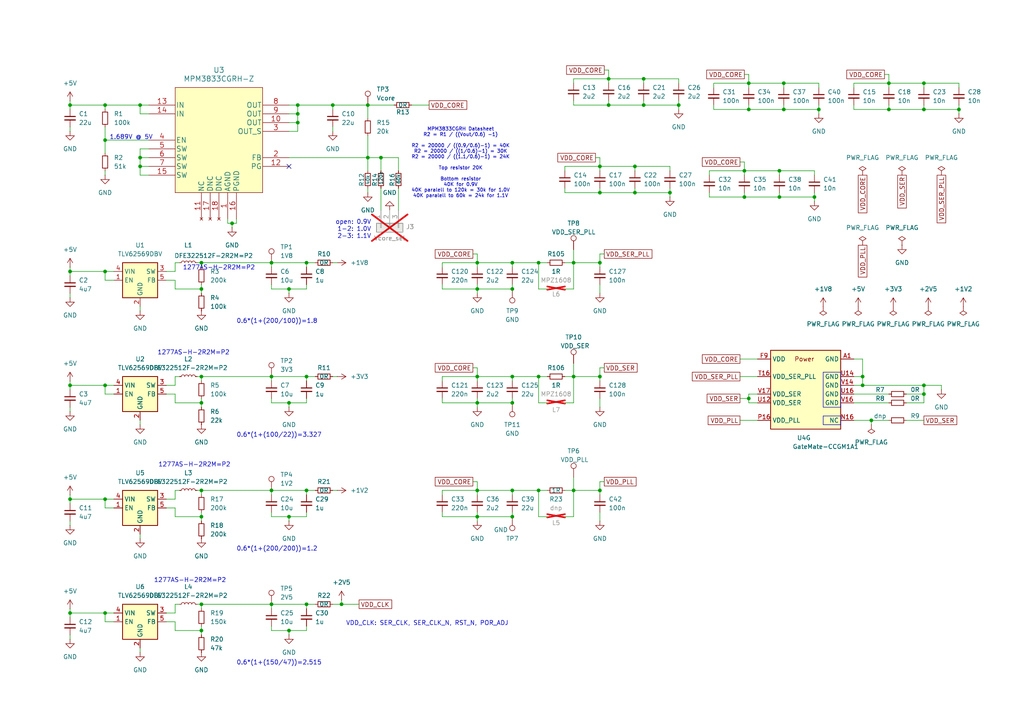
<source format=kicad_sch>
(kicad_sch (version 20250114) (generator "eeschema") (generator_version "9.0")
  (paper "A4")
  (title_block (title "${project_name}") (date "2025-06-24") (rev "${project_version}") (company "${project_creator}") (comment 1 "${project_license}"))
  (rectangle (start 238.76 120.65) (end 243.84 123.19))
  (rectangle (start 238.76 107.95) (end 243.84 118.11))
  (text "1277AS-H-2R2M=P2" (at 63.5 77.724 0) (effects (font (size 1.27 1.27))))
  (text "1277AS-H-2R2M=P2" (at 56.388 134.874 0) (effects (font (size 1.27 1.27))))
  (text "MPM3833CGRH Datasheet\nR2 = R1 / ((Vout/0.6) -1)\n\nR2 = 20000 / ((0.9/0.6)-1) = 40K\nR2 = 20000 / ((1/0.6)-1) = 30K\nR2 = 20000 / ((1.1/0.6)-1) = 24K\n\nTop resistor 20K\n\nBottom resistor\n40K for 0.9V\n40K paralell to 120k = 30k for 1.0V\n40K paralell to 60k = 24k for 1.1V" (at 133.604 47.244 0) (effects (font (size 1 1))))
  (text "0.6*(1+(150/47))=2.515" (at 68.58 193.04 0) (effects (font (size 1.27 1.27)) (justify left bottom)))
  (text "0.6*(1+(200/200))=1.2" (at 68.58 160.02 0) (effects (font (size 1.27 1.27)) (justify left bottom)))
  (text "0.6*(1+(100/22))=3.327" (at 68.58 127 0) (effects (font (size 1.27 1.27)) (justify left bottom)))
  (text "VDD_CLK: SER_CLK, SER_CLK_N, RST_N, POR_ADJ" (at 100.33 181.61 0) (effects (font (size 1.27 1.27)) (justify left bottom)))
  (text "0.6*(1+(200/100))=1.8" (at 68.58 93.98 0) (effects (font (size 1.27 1.27)) (justify left bottom)))
  (text "open: 0.9V\n 1-2: 1.0V\n 2-3: 1.1V" (at 107.696 69.342 0) (effects (font (size 1.27 1.27)) (justify right bottom)))
  (text "1.689V @ 5V" (at 31.75 40.64 0) (effects (font (size 1.27 1.27)) (justify left bottom)))
  (text "1277AS-H-2R2M=P2" (at 55.118 168.402 0) (effects (font (size 1.27 1.27))))
  (text "1277AS-H-2R2M=P2" (at 56.134 102.362 0) (effects (font (size 1.27 1.27))))
  (junction (at 88.9 142.24))
  (junction (at 138.43 116.84))
  (junction (at 148.59 142.24))
  (junction (at 30.48 177.8))
  (junction (at 58.42 109.22))
  (junction (at 88.9 109.22))
  (junction (at 20.32 144.78))
  (junction (at 148.59 76.2))
  (junction (at 138.43 142.24))
  (junction (at 86.36 35.56))
  (junction (at 83.82 182.88))
  (junction (at 20.32 177.8))
  (junction (at 99.06 175.26))
  (junction (at 176.53 30.48))
  (junction (at 58.42 182.88))
  (junction (at 156.21 76.2))
  (junction (at 83.82 83.82))
  (junction (at 20.32 78.74))
  (junction (at 40.64 45.72))
  (junction (at 86.36 30.48))
  (junction (at 267.97 114.3))
  (junction (at 20.32 111.76))
  (junction (at 148.59 109.22))
  (junction (at 215.9 49.53))
  (junction (at 186.69 22.86))
  (junction (at 173.99 142.24))
  (junction (at 20.32 30.48))
  (junction (at 186.69 30.48))
  (junction (at 40.64 48.26))
  (junction (at 278.13 31.75))
  (junction (at 236.22 57.15))
  (junction (at 217.17 24.13))
  (junction (at 78.74 76.2))
  (junction (at 166.37 76.2))
  (junction (at 196.85 30.48))
  (junction (at 267.97 31.75))
  (junction (at 88.9 76.2))
  (junction (at 217.17 115.57))
  (junction (at 83.82 116.84))
  (junction (at 250.19 111.76))
  (junction (at 267.97 111.76))
  (junction (at 58.42 116.84))
  (junction (at 106.68 45.72))
  (junction (at 252.73 121.92))
  (junction (at 184.15 55.88))
  (junction (at 226.06 57.15))
  (junction (at 194.31 55.88))
  (junction (at 78.74 142.24))
  (junction (at 138.43 109.22))
  (junction (at 257.81 24.13))
  (junction (at 96.52 30.48))
  (junction (at 86.36 33.02))
  (junction (at 40.64 30.48))
  (junction (at 138.43 149.86))
  (junction (at 58.42 83.82))
  (junction (at 156.21 142.24))
  (junction (at 166.37 109.22))
  (junction (at 30.48 30.48))
  (junction (at 148.59 149.86))
  (junction (at 78.74 175.26))
  (junction (at 83.82 149.86))
  (junction (at 138.43 83.82))
  (junction (at 110.49 45.72))
  (junction (at 58.42 149.86))
  (junction (at 138.43 76.2))
  (junction (at 184.15 48.26))
  (junction (at 148.59 116.84))
  (junction (at 67.31 64.77))
  (junction (at 58.42 142.24))
  (junction (at 156.21 109.22))
  (junction (at 30.48 111.76))
  (junction (at 58.42 175.26))
  (junction (at 173.99 76.2))
  (junction (at 30.48 144.78))
  (junction (at 267.97 24.13))
  (junction (at 215.9 57.15))
  (junction (at 166.37 142.24))
  (junction (at 226.06 49.53))
  (junction (at 78.74 109.22))
  (junction (at 173.99 55.88))
  (junction (at 237.49 31.75))
  (junction (at 173.99 109.22))
  (junction (at 88.9 175.26))
  (junction (at 227.33 31.75))
  (junction (at 176.53 22.86))
  (junction (at 58.42 76.2))
  (junction (at 106.68 30.48))
  (junction (at 250.19 109.22))
  (junction (at 217.17 31.75))
  (junction (at 173.99 48.26))
  (junction (at 257.81 31.75))
  (junction (at 30.48 40.64))
  (junction (at 30.48 78.74))
  (junction (at 148.59 83.82))
  (junction (at 227.33 24.13))
  (no_connect (at 83.82 48.26))
  (wire (pts (xy 30.48 40.64) (xy 30.48 44.45)))
  (wire (pts (xy 138.43 109.22) (xy 128.27 109.22)))
  (wire (pts (xy 184.15 48.26) (xy 194.31 48.26)))
  (wire (pts (xy 78.74 149.86) (xy 83.82 149.86)))
  (wire (pts (xy 278.13 25.4) (xy 278.13 24.13)))
  (wire (pts (xy 236.22 57.15) (xy 236.22 58.42)))
  (wire (pts (xy 186.69 22.86) (xy 186.69 24.13)))
  (wire (pts (xy 148.59 116.84) (xy 138.43 116.84)))
  (wire (pts (xy 66.04 63.5) (xy 66.04 64.77)))
  (wire (pts (xy 30.48 144.78) (xy 33.02 144.78)))
  (wire (pts (xy 237.49 25.4) (xy 237.49 24.13)))
  (wire (pts (xy 40.64 121.92) (xy 40.64 123.19)))
  (wire (pts (xy 40.64 48.26) (xy 40.64 50.8)))
  (wire (pts (xy 138.43 83.82) (xy 128.27 83.82)))
  (wire (pts (xy 128.27 83.82) (xy 128.27 82.55)))
  (wire (pts (xy 30.48 111.76) (xy 33.02 111.76)))
  (wire (pts (xy 99.06 173.99) (xy 99.06 175.26)))
  (wire (pts (xy 184.15 48.26) (xy 184.15 49.53)))
  (wire (pts (xy 257.81 24.13) (xy 267.97 24.13)))
  (wire (pts (xy 58.42 76.2) (xy 78.74 76.2)))
  (wire (pts (xy 163.83 83.82) (xy 166.37 83.82)))
  (wire (pts (xy 20.32 30.48) (xy 20.32 31.75)))
  (wire (pts (xy 33.02 81.28) (xy 30.48 81.28)))
  (wire (pts (xy 267.97 111.76) (xy 273.05 111.76)))
  (wire (pts (xy 50.8 182.88) (xy 50.8 180.34)))
  (wire (pts (xy 217.17 31.75) (xy 207.01 31.75)))
  (wire (pts (xy 166.37 109.22) (xy 173.99 109.22)))
  (wire (pts (xy 148.59 83.82) (xy 138.43 83.82)))
  (wire (pts (xy 128.27 142.24) (xy 128.27 143.51)))
  (wire (pts (xy 138.43 142.24) (xy 138.43 139.7)))
  (wire (pts (xy 148.59 116.84) (xy 148.59 115.57)))
  (wire (pts (xy 30.48 177.8) (xy 33.02 177.8)))
  (wire (pts (xy 214.63 115.57) (xy 217.17 115.57)))
  (wire (pts (xy 138.43 116.84) (xy 128.27 116.84)))
  (wire (pts (xy 48.26 180.34) (xy 50.8 180.34)))
  (wire (pts (xy 78.74 175.26) (xy 88.9 175.26)))
  (wire (pts (xy 215.9 57.15) (xy 215.9 55.88)))
  (wire (pts (xy 262.89 116.84) (xy 267.97 116.84)))
  (wire (pts (xy 86.36 30.48) (xy 96.52 30.48)))
  (wire (pts (xy 40.64 45.72) (xy 40.64 48.26)))
  (wire (pts (xy 20.32 151.13) (xy 20.32 152.4)))
  (wire (pts (xy 267.97 111.76) (xy 267.97 114.3)))
  (wire (pts (xy 86.36 35.56) (xy 86.36 38.1)))
  (wire (pts (xy 20.32 143.51) (xy 20.32 144.78)))
  (wire (pts (xy 30.48 111.76) (xy 20.32 111.76)))
  (wire (pts (xy 40.64 187.96) (xy 40.64 189.23)))
  (wire (pts (xy 83.82 35.56) (xy 86.36 35.56)))
  (wire (pts (xy 166.37 76.2) (xy 173.99 76.2)))
  (wire (pts (xy 227.33 24.13) (xy 237.49 24.13)))
  (wire (pts (xy 86.36 38.1) (xy 83.82 38.1)))
  (wire (pts (xy 176.53 22.86) (xy 186.69 22.86)))
  (wire (pts (xy 50.8 149.86) (xy 50.8 147.32)))
  (wire (pts (xy 163.83 49.53) (xy 163.83 48.26)))
  (wire (pts (xy 20.32 29.21) (xy 20.32 30.48)))
  (wire (pts (xy 138.43 149.86) (xy 128.27 149.86)))
  (wire (pts (xy 96.52 109.22) (xy 97.79 109.22)))
  (wire (pts (xy 166.37 30.48) (xy 166.37 29.21)))
  (wire (pts (xy 247.65 31.75) (xy 247.65 30.48)))
  (wire (pts (xy 227.33 31.75) (xy 217.17 31.75)))
  (wire (pts (xy 86.36 30.48) (xy 86.36 33.02)))
  (wire (pts (xy 163.83 142.24) (xy 166.37 142.24)))
  (wire (pts (xy 138.43 149.86) (xy 138.43 148.59)))
  (wire (pts (xy 226.06 55.88) (xy 226.06 57.15)))
  (wire (pts (xy 173.99 82.55) (xy 173.99 85.09)))
  (wire (pts (xy 217.17 116.84) (xy 219.71 116.84)))
  (wire (pts (xy 163.83 116.84) (xy 166.37 116.84)))
  (wire (pts (xy 214.63 104.14) (xy 219.71 104.14)))
  (wire (pts (xy 58.42 181.61) (xy 58.42 182.88)))
  (wire (pts (xy 30.48 147.32) (xy 30.48 144.78)))
  (wire (pts (xy 58.42 110.49) (xy 58.42 109.22)))
  (wire (pts (xy 207.01 25.4) (xy 207.01 24.13)))
  (wire (pts (xy 217.17 24.13) (xy 227.33 24.13)))
  (wire (pts (xy 173.99 143.51) (xy 173.99 142.24)))
  (wire (pts (xy 78.74 175.26) (xy 78.74 176.53)))
  (wire (pts (xy 30.48 30.48) (xy 40.64 30.48)))
  (wire (pts (xy 215.9 49.53) (xy 215.9 46.99)))
  (wire (pts (xy 250.19 109.22) (xy 250.19 111.76)))
  (wire (pts (xy 43.18 40.64) (xy 30.48 40.64)))
  (wire (pts (xy 214.63 46.99) (xy 215.9 46.99)))
  (wire (pts (xy 30.48 30.48) (xy 30.48 31.75)))
  (wire (pts (xy 67.31 64.77) (xy 67.31 66.04)))
  (wire (pts (xy 128.27 109.22) (xy 128.27 110.49)))
  (wire (pts (xy 20.32 110.49) (xy 20.32 111.76)))
  (wire (pts (xy 267.97 24.13) (xy 267.97 25.4)))
  (wire (pts (xy 186.69 30.48) (xy 176.53 30.48)))
  (wire (pts (xy 138.43 83.82) (xy 138.43 85.09)))
  (wire (pts (xy 58.42 116.84) (xy 58.42 118.11)))
  (wire (pts (xy 215.9 57.15) (xy 205.74 57.15)))
  (wire (pts (xy 172.72 45.72) (xy 173.99 45.72)))
  (wire (pts (xy 88.9 182.88) (xy 88.9 181.61)))
  (wire (pts (xy 83.82 149.86) (xy 83.82 151.13)))
  (wire (pts (xy 257.81 31.75) (xy 247.65 31.75)))
  (wire (pts (xy 138.43 76.2) (xy 128.27 76.2)))
  (wire (pts (xy 57.15 76.2) (xy 58.42 76.2)))
  (wire (pts (xy 247.65 25.4) (xy 247.65 24.13)))
  (wire (pts (xy 106.68 30.48) (xy 106.68 34.29)))
  (wire (pts (xy 78.74 76.2) (xy 88.9 76.2)))
  (wire (pts (xy 205.74 50.8) (xy 205.74 49.53)))
  (wire (pts (xy 30.48 114.3) (xy 30.48 111.76)))
  (wire (pts (xy 219.71 114.3) (xy 217.17 114.3)))
  (wire (pts (xy 247.65 109.22) (xy 250.19 109.22)))
  (wire (pts (xy 58.42 148.59) (xy 58.42 149.86)))
  (wire (pts (xy 156.21 76.2) (xy 156.21 83.82)))
  (wire (pts (xy 262.89 121.92) (xy 267.97 121.92)))
  (wire (pts (xy 128.27 76.2) (xy 128.27 77.47)))
  (wire (pts (xy 173.99 73.66) (xy 173.99 76.2)))
  (wire (pts (xy 106.68 45.72) (xy 106.68 49.53)))
  (wire (pts (xy 110.49 45.72) (xy 110.49 49.53)))
  (wire (pts (xy 58.42 149.86) (xy 50.8 149.86)))
  (wire (pts (xy 148.59 142.24) (xy 156.21 142.24)))
  (wire (pts (xy 148.59 83.82) (xy 148.59 82.55)))
  (wire (pts (xy 184.15 55.88) (xy 194.31 55.88)))
  (wire (pts (xy 128.27 116.84) (xy 128.27 115.57)))
  (wire (pts (xy 196.85 29.21) (xy 196.85 30.48)))
  (wire (pts (xy 173.99 73.66) (xy 175.26 73.66)))
  (wire (pts (xy 58.42 116.84) (xy 50.8 116.84)))
  (wire (pts (xy 83.82 116.84) (xy 83.82 118.11)))
  (wire (pts (xy 88.9 76.2) (xy 91.44 76.2)))
  (wire (pts (xy 173.99 148.59) (xy 173.99 151.13)))
  (wire (pts (xy 83.82 30.48) (xy 86.36 30.48)))
  (wire (pts (xy 166.37 116.84) (xy 166.37 109.22)))
  (wire (pts (xy 247.65 114.3) (xy 257.81 114.3)))
  (wire (pts (xy 58.42 83.82) (xy 58.42 85.09)))
  (wire (pts (xy 30.48 81.28) (xy 30.48 78.74)))
  (wire (pts (xy 166.37 83.82) (xy 166.37 76.2)))
  (wire (pts (xy 184.15 54.61) (xy 184.15 55.88)))
  (wire (pts (xy 78.74 115.57) (xy 78.74 116.84)))
  (wire (pts (xy 236.22 50.8) (xy 236.22 49.53)))
  (wire (pts (xy 207.01 24.13) (xy 217.17 24.13)))
  (wire (pts (xy 217.17 24.13) (xy 217.17 25.4)))
  (wire (pts (xy 226.06 57.15) (xy 236.22 57.15)))
  (wire (pts (xy 217.17 24.13) (xy 217.17 21.59)))
  (wire (pts (xy 148.59 76.2) (xy 148.59 77.47)))
  (wire (pts (xy 173.99 55.88) (xy 163.83 55.88)))
  (wire (pts (xy 50.8 76.2) (xy 50.8 78.74)))
  (wire (pts (xy 88.9 83.82) (xy 88.9 82.55)))
  (wire (pts (xy 57.15 175.26) (xy 58.42 175.26)))
  (wire (pts (xy 173.99 77.47) (xy 173.99 76.2)))
  (wire (pts (xy 215.9 49.53) (xy 215.9 50.8)))
  (wire (pts (xy 278.13 31.75) (xy 278.13 30.48)))
  (wire (pts (xy 148.59 109.22) (xy 156.21 109.22)))
  (wire (pts (xy 67.31 64.77) (xy 68.58 64.77)))
  (wire (pts (xy 48.26 144.78) (xy 50.8 144.78)))
  (wire (pts (xy 50.8 116.84) (xy 50.8 114.3)))
  (wire (pts (xy 175.26 20.32) (xy 176.53 20.32)))
  (wire (pts (xy 96.52 175.26) (xy 99.06 175.26)))
  (wire (pts (xy 83.82 116.84) (xy 88.9 116.84)))
  (wire (pts (xy 247.65 24.13) (xy 257.81 24.13)))
  (wire (pts (xy 226.06 49.53) (xy 236.22 49.53)))
  (wire (pts (xy 78.74 148.59) (xy 78.74 149.86)))
  (wire (pts (xy 58.42 77.47) (xy 58.42 76.2)))
  (wire (pts (xy 40.64 33.02) (xy 40.64 30.48)))
  (wire (pts (xy 217.17 31.75) (xy 217.17 30.48)))
  (wire (pts (xy 50.8 175.26) (xy 52.07 175.26)))
  (wire (pts (xy 173.99 48.26) (xy 173.99 45.72)))
  (wire (pts (xy 173.99 48.26) (xy 184.15 48.26)))
  (wire (pts (xy 267.97 31.75) (xy 278.13 31.75)))
  (wire (pts (xy 250.19 111.76) (xy 267.97 111.76)))
  (wire (pts (xy 163.83 55.88) (xy 163.83 54.61)))
  (wire (pts (xy 247.65 111.76) (xy 250.19 111.76)))
  (wire (pts (xy 50.8 109.22) (xy 50.8 111.76)))
  (wire (pts (xy 48.26 114.3) (xy 50.8 114.3)))
  (wire (pts (xy 48.26 147.32) (xy 50.8 147.32)))
  (wire (pts (xy 78.74 109.22) (xy 78.74 110.49)))
  (wire (pts (xy 173.99 139.7) (xy 175.26 139.7)))
  (wire (pts (xy 57.15 142.24) (xy 58.42 142.24)))
  (wire (pts (xy 267.97 24.13) (xy 278.13 24.13)))
  (wire (pts (xy 176.53 22.86) (xy 176.53 20.32)))
  (wire (pts (xy 166.37 142.24) (xy 173.99 142.24)))
  (wire (pts (xy 33.02 180.34) (xy 30.48 180.34)))
  (wire (pts (xy 30.48 144.78) (xy 20.32 144.78)))
  (wire (pts (xy 20.32 78.74) (xy 20.32 80.01)))
  (wire (pts (xy 217.17 114.3) (xy 217.17 115.57)))
  (wire (pts (xy 43.18 43.18) (xy 40.64 43.18)))
  (wire (pts (xy 110.49 45.72) (xy 115.57 45.72)))
  (wire (pts (xy 196.85 30.48) (xy 196.85 31.75)))
  (wire (pts (xy 138.43 109.22) (xy 138.43 106.68)))
  (wire (pts (xy 257.81 24.13) (xy 257.81 25.4)))
  (wire (pts (xy 214.63 121.92) (xy 219.71 121.92)))
  (wire (pts (xy 96.52 30.48) (xy 106.68 30.48)))
  (wire (pts (xy 148.59 142.24) (xy 138.43 142.24)))
  (wire (pts (xy 173.99 48.26) (xy 173.99 49.53)))
  (wire (pts (xy 262.89 114.3) (xy 267.97 114.3)))
  (wire (pts (xy 166.37 76.2) (xy 163.83 76.2)))
  (wire (pts (xy 30.48 49.53) (xy 30.48 50.8)))
  (wire (pts (xy 173.99 106.68) (xy 173.99 109.22)))
  (wire (pts (xy 57.15 109.22) (xy 58.42 109.22)))
  (wire (pts (xy 128.27 149.86) (xy 128.27 148.59)))
  (wire (pts (xy 194.31 55.88) (xy 194.31 57.15)))
  (wire (pts (xy 173.99 106.68) (xy 175.26 106.68)))
  (wire (pts (xy 50.8 142.24) (xy 50.8 144.78)))
  (wire (pts (xy 78.74 109.22) (xy 88.9 109.22)))
  (wire (pts (xy 247.65 104.14) (xy 250.19 104.14)))
  (wire (pts (xy 20.32 177.8) (xy 20.32 179.07)))
  (wire (pts (xy 78.74 83.82) (xy 83.82 83.82)))
  (wire (pts (xy 205.74 57.15) (xy 205.74 55.88)))
  (wire (pts (xy 48.26 177.8) (xy 50.8 177.8)))
  (wire (pts (xy 267.97 30.48) (xy 267.97 31.75)))
  (wire (pts (xy 40.64 50.8) (xy 43.18 50.8)))
  (wire (pts (xy 166.37 22.86) (xy 176.53 22.86)))
  (wire (pts (xy 267.97 31.75) (xy 257.81 31.75)))
  (wire (pts (xy 138.43 109.22) (xy 138.43 110.49)))
  (wire (pts (xy 237.49 31.75) (xy 237.49 33.02)))
  (wire (pts (xy 48.26 111.76) (xy 50.8 111.76)))
  (wire (pts (xy 256.54 21.59) (xy 257.81 21.59)))
  (wire (pts (xy 214.63 109.22) (xy 219.71 109.22)))
  (wire (pts (xy 138.43 76.2) (xy 138.43 73.66)))
  (wire (pts (xy 83.82 182.88) (xy 88.9 182.88)))
  (wire (pts (xy 137.16 106.68) (xy 138.43 106.68)))
  (wire (pts (xy 58.42 83.82) (xy 50.8 83.82)))
  (wire (pts (xy 148.59 76.2) (xy 138.43 76.2)))
  (wire (pts (xy 20.32 85.09) (xy 20.32 86.36)))
  (wire (pts (xy 96.52 76.2) (xy 97.79 76.2)))
  (wire (pts (xy 226.06 49.53) (xy 226.06 50.8)))
  (wire (pts (xy 58.42 143.51) (xy 58.42 142.24)))
  (wire (pts (xy 58.42 115.57) (xy 58.42 116.84)))
  (wire (pts (xy 247.65 121.92) (xy 252.73 121.92)))
  (wire (pts (xy 215.9 49.53) (xy 226.06 49.53)))
  (wire (pts (xy 78.74 76.2) (xy 78.74 77.47)))
  (wire (pts (xy 88.9 109.22) (xy 91.44 109.22)))
  (wire (pts (xy 137.16 139.7) (xy 138.43 139.7)))
  (wire (pts (xy 58.42 82.55) (xy 58.42 83.82)))
  (wire (pts (xy 83.82 33.02) (xy 86.36 33.02)))
  (wire (pts (xy 106.68 30.48) (xy 114.3 30.48)))
  (wire (pts (xy 20.32 36.83) (xy 20.32 38.1)))
  (wire (pts (xy 58.42 182.88) (xy 50.8 182.88)))
  (wire (pts (xy 58.42 175.26) (xy 78.74 175.26)))
  (wire (pts (xy 30.48 180.34) (xy 30.48 177.8)))
  (wire (pts (xy 156.21 116.84) (xy 158.75 116.84)))
  (wire (pts (xy 30.48 177.8) (xy 20.32 177.8)))
  (wire (pts (xy 194.31 55.88) (xy 194.31 54.61)))
  (wire (pts (xy 20.32 176.53) (xy 20.32 177.8)))
  (wire (pts (xy 50.8 142.24) (xy 52.07 142.24)))
  (wire (pts (xy 68.58 63.5) (xy 68.58 64.77)))
  (wire (pts (xy 83.82 45.72) (xy 106.68 45.72)))
  (wire (pts (xy 148.59 109.22) (xy 138.43 109.22)))
  (wire (pts (xy 115.57 54.61) (xy 115.57 60.96)))
  (wire (pts (xy 96.52 36.83) (xy 96.52 38.1)))
  (wire (pts (xy 227.33 24.13) (xy 227.33 25.4)))
  (wire (pts (xy 78.74 142.24) (xy 78.74 143.51)))
  (wire (pts (xy 257.81 24.13) (xy 257.81 21.59)))
  (wire (pts (xy 186.69 29.21) (xy 186.69 30.48)))
  (wire (pts (xy 88.9 149.86) (xy 88.9 148.59)))
  (wire (pts (xy 184.15 55.88) (xy 173.99 55.88)))
  (wire (pts (xy 58.42 142.24) (xy 78.74 142.24)))
  (wire (pts (xy 86.36 33.02) (xy 86.36 35.56)))
  (wire (pts (xy 20.32 111.76) (xy 20.32 113.03)))
  (wire (pts (xy 48.26 78.74) (xy 50.8 78.74)))
  (wire (pts (xy 88.9 109.22) (xy 88.9 110.49)))
  (wire (pts (xy 78.74 116.84) (xy 83.82 116.84)))
  (wire (pts (xy 273.05 111.76) (xy 273.05 113.03)))
  (wire (pts (xy 173.99 110.49) (xy 173.99 109.22)))
  (wire (pts (xy 96.52 30.48) (xy 96.52 31.75)))
  (wire (pts (xy 138.43 142.24) (xy 138.43 143.51)))
  (wire (pts (xy 163.83 149.86) (xy 166.37 149.86)))
  (wire (pts (xy 166.37 72.39) (xy 166.37 76.2)))
  (wire (pts (xy 186.69 22.86) (xy 196.85 22.86)))
  (wire (pts (xy 138.43 76.2) (xy 138.43 77.47)))
  (wire (pts (xy 148.59 149.86) (xy 148.59 148.59)))
  (wire (pts (xy 88.9 76.2) (xy 88.9 77.47)))
  (wire (pts (xy 96.52 142.24) (xy 97.79 142.24)))
  (wire (pts (xy 156.21 142.24) (xy 156.21 149.86)))
  (wire (pts (xy 20.32 30.48) (xy 30.48 30.48)))
  (wire (pts (xy 83.82 182.88) (xy 83.82 184.15)))
  (wire (pts (xy 20.32 77.47) (xy 20.32 78.74)))
  (wire (pts (xy 40.64 48.26) (xy 43.18 48.26)))
  (wire (pts (xy 176.53 22.86) (xy 176.53 24.13)))
  (wire (pts (xy 207.01 31.75) (xy 207.01 30.48)))
  (wire (pts (xy 156.21 76.2) (xy 158.75 76.2)))
  (wire (pts (xy 40.64 88.9) (xy 40.64 90.17)))
  (wire (pts (xy 278.13 31.75) (xy 278.13 33.02)))
  (wire (pts (xy 50.8 175.26) (xy 50.8 177.8)))
  (wire (pts (xy 166.37 138.43) (xy 166.37 142.24)))
  (wire (pts (xy 148.59 142.24) (xy 148.59 143.51)))
  (wire (pts (xy 267.97 114.3) (xy 267.97 116.84)))
  (wire (pts (xy 40.64 30.48) (xy 43.18 30.48)))
  (wire (pts (xy 88.9 142.24) (xy 91.44 142.24)))
  (wire (pts (xy 58.42 176.53) (xy 58.42 175.26)))
  (wire (pts (xy 236.22 57.15) (xy 236.22 55.88)))
  (wire (pts (xy 196.85 24.13) (xy 196.85 22.86)))
  (wire (pts (xy 247.65 116.84) (xy 257.81 116.84)))
  (wire (pts (xy 50.8 83.82) (xy 50.8 81.28)))
  (wire (pts (xy 58.42 109.22) (xy 78.74 109.22)))
  (wire (pts (xy 78.74 181.61) (xy 78.74 182.88)))
  (wire (pts (xy 78.74 82.55) (xy 78.74 83.82)))
  (wire (pts (xy 50.8 109.22) (xy 52.07 109.22)))
  (wire (pts (xy 88.9 175.26) (xy 91.44 175.26)))
  (wire (pts (xy 205.74 49.53) (xy 215.9 49.53)))
  (wire (pts (xy 33.02 147.32) (xy 30.48 147.32)))
  (wire (pts (xy 173.99 139.7) (xy 173.99 142.24)))
  (wire (pts (xy 88.9 142.24) (xy 88.9 143.51)))
  (wire (pts (xy 156.21 109.22) (xy 156.21 116.84)))
  (wire (pts (xy 78.74 182.88) (xy 83.82 182.88)))
  (wire (pts (xy 33.02 114.3) (xy 30.48 114.3)))
  (wire (pts (xy 119.38 30.48) (xy 124.46 30.48)))
  (wire (pts (xy 252.73 121.92) (xy 257.81 121.92)))
  (wire (pts (xy 257.81 31.75) (xy 257.81 30.48)))
  (wire (pts (xy 138.43 149.86) (xy 138.43 151.13)))
  (wire (pts (xy 226.06 57.15) (xy 215.9 57.15)))
  (wire (pts (xy 88.9 175.26) (xy 88.9 176.53)))
  (wire (pts (xy 43.18 33.02) (xy 40.64 33.02)))
  (wire (pts (xy 194.31 49.53) (xy 194.31 48.26)))
  (wire (pts (xy 106.68 45.72) (xy 110.49 45.72)))
  (wire (pts (xy 137.16 73.66) (xy 138.43 73.66)))
  (wire (pts (xy 106.68 54.61) (xy 106.68 55.88)))
  (wire (pts (xy 78.74 142.24) (xy 88.9 142.24)))
  (wire (pts (xy 217.17 115.57) (xy 217.17 116.84)))
  (wire (pts (xy 138.43 142.24) (xy 128.27 142.24)))
  (wire (pts (xy 83.82 83.82) (xy 83.82 85.09)))
  (wire (pts (xy 30.48 36.83) (xy 30.48 40.64)))
  (wire (pts (xy 156.21 109.22) (xy 158.75 109.22)))
  (wire (pts (xy 20.32 184.15) (xy 20.32 185.42)))
  (wire (pts (xy 83.82 149.86) (xy 88.9 149.86)))
  (wire (pts (xy 227.33 31.75) (xy 237.49 31.75)))
  (wire (pts (xy 227.33 30.48) (xy 227.33 31.75)))
  (wire (pts (xy 156.21 149.86) (xy 158.75 149.86)))
  (wire (pts (xy 138.43 116.84) (xy 138.43 115.57)))
  (wire (pts (xy 215.9 21.59) (xy 217.17 21.59)))
  (wire (pts (xy 156.21 142.24) (xy 158.75 142.24)))
  (wire (pts (xy 88.9 116.84) (xy 88.9 115.57)))
  (wire (pts (xy 166.37 24.13) (xy 166.37 22.86)))
  (wire (pts (xy 237.49 31.75) (xy 237.49 30.48)))
  (wire (pts (xy 40.64 154.94) (xy 40.64 156.21)))
  (wire (pts (xy 50.8 76.2) (xy 52.07 76.2)))
  (wire (pts (xy 148.59 109.22) (xy 148.59 110.49)))
  (wire (pts (xy 176.53 30.48) (xy 166.37 30.48)))
  (wire (pts (xy 173.99 55.88) (xy 173.99 54.61)))
  (wire (pts (xy 48.26 81.28) (xy 50.8 81.28)))
  (wire (pts (xy 166.37 142.24) (xy 166.37 149.86)))
  (wire (pts (xy 20.32 118.11) (xy 20.32 119.38)))
  (wire (pts (xy 58.42 149.86) (xy 58.42 151.13)))
  (wire (pts (xy 138.43 116.84) (xy 138.43 118.11)))
  (wire (pts (xy 115.57 45.72) (xy 115.57 49.53)))
  (wire (pts (xy 83.82 83.82) (xy 88.9 83.82)))
  (wire (pts (xy 156.21 83.82) (xy 158.75 83.82)))
  (wire (pts (xy 106.68 39.37) (xy 106.68 45.72)))
  (wire (pts (xy 58.42 182.88) (xy 58.42 184.15)))
  (wire (pts (xy 173.99 115.57) (xy 173.99 118.11)))
  (wire (pts (xy 110.49 54.61) (xy 110.49 60.96)))
  (wire (pts (xy 20.32 144.78) (xy 20.32 146.05)))
  (wire (pts (xy 66.04 64.77) (xy 67.31 64.77)))
  (wire (pts (xy 40.64 43.18) (xy 40.64 45.72)))
  (wire (pts (xy 138.43 83.82) (xy 138.43 82.55)))
  (wire (pts (xy 30.48 78.74) (xy 33.02 78.74)))
  (wire (pts (xy 166.37 105.41) (xy 166.37 109.22)))
  (wire (pts (xy 99.06 175.26) (xy 104.14 175.26)))
  (wire (pts (xy 163.83 48.26) (xy 173.99 48.26)))
  (wire (pts (xy 176.53 29.21) (xy 176.53 30.48)))
  (wire (pts (xy 148.59 76.2) (xy 156.21 76.2)))
  (wire (pts (xy 186.69 30.48) (xy 196.85 30.48)))
  (wire (pts (xy 40.64 45.72) (xy 43.18 45.72)))
  (wire (pts (xy 250.19 104.14) (xy 250.19 109.22)))
  (wire (pts (xy 148.59 149.86) (xy 138.43 149.86)))
  (wire (pts (xy 163.83 109.22) (xy 166.37 109.22)))
  (wire (pts (xy 252.73 121.92) (xy 252.73 123.19)))
  (wire (pts (xy 30.48 78.74) (xy 20.32 78.74)))
  (global_label "VDD_CORE" (shape passive) (at 137.16 106.68 180) (property "Intersheetrefs" "${INTERSHEET_REFS}" (effects (hide yes))))
  (global_label "VDD_CORE" (shape passive) (at 175.26 20.32 180) (property "Intersheetrefs" "${INTERSHEET_REFS}" (effects (hide yes))))
  (global_label "VDD_CORE" (shape passive) (at 137.16 139.7 180) (property "Intersheetrefs" "${INTERSHEET_REFS}" (effects (hide yes))))
  (global_label "VDD_PLL" (shape passive) (at 214.63 121.92 180) (property "Intersheetrefs" "${INTERSHEET_REFS}" (effects (hide yes))))
  (global_label "VDD_SER_PLL" (shape passive) (at 214.63 109.22 180) (property "Intersheetrefs" "${INTERSHEET_REFS}" (effects (hide yes))))
  (global_label "VDD_CORE" (shape passive) (at 137.16 73.66 180) (property "Intersheetrefs" "${INTERSHEET_REFS}" (effects (hide yes))))
  (global_label "VDD_SER" (shape passive) (at 214.63 115.57 180) (property "Intersheetrefs" "${INTERSHEET_REFS}" (effects (hide yes))))
  (global_label "VDD_CLK" (shape passive) (at 104.14 175.26 0) (property "Intersheetrefs" "${INTERSHEET_REFS}" (effects (hide yes))))
  (global_label "VDD_SER" (shape passive) (at 175.26 106.68 0) (property "Intersheetrefs" "${INTERSHEET_REFS}" (effects (hide yes))))
  (global_label "VDD_SER" (shape passive) (at 261.62 50.8 270) (property "Intersheetrefs" "${INTERSHEET_REFS}" (effects (hide yes))))
  (global_label "VDD_CORE" (shape passive) (at 250.19 50.8 270) (property "Intersheetrefs" "${INTERSHEET_REFS}" (effects (hide yes))))
  (global_label "VDD_CORE" (shape passive) (at 256.54 21.59 180) (property "Intersheetrefs" "${INTERSHEET_REFS}" (effects (hide yes))))
  (global_label "VDD_CORE" (shape passive) (at 124.46 30.48 0) (property "Intersheetrefs" "${INTERSHEET_REFS}" (effects (hide yes))))
  (global_label "VDD_PLL" (shape passive) (at 250.19 71.12 270) (property "Intersheetrefs" "${INTERSHEET_REFS}" (effects (hide yes))))
  (global_label "VDD_CORE" (shape passive) (at 214.63 104.14 180) (property "Intersheetrefs" "${INTERSHEET_REFS}" (effects (hide yes))))
  (global_label "VDD_SER" (shape passive) (at 267.97 121.92 0) (property "Intersheetrefs" "${INTERSHEET_REFS}" (effects (hide yes))))
  (global_label "VDD_SER_PLL" (shape passive) (at 175.26 73.66 0) (property "Intersheetrefs" "${INTERSHEET_REFS}" (effects (hide yes))))
  (global_label "VDD_PLL" (shape passive) (at 175.26 139.7 0) (property "Intersheetrefs" "${INTERSHEET_REFS}" (effects (hide yes))))
  (global_label "VDD_SER_PLL" (shape passive) (at 273.05 50.8 270) (property "Intersheetrefs" "${INTERSHEET_REFS}" (effects (hide yes))))
  (global_label "VDD_CORE" (shape passive) (at 172.72 45.72 180) (property "Intersheetrefs" "${INTERSHEET_REFS}" (effects (hide yes))))
  (global_label "VDD_CORE" (shape passive) (at 215.9 21.59 180) (property "Intersheetrefs" "${INTERSHEET_REFS}" (effects (hide yes))))
  (global_label "VDD_CORE" (shape passive) (at 214.63 46.99 180) (property "Intersheetrefs" "${INTERSHEET_REFS}" (effects (hide yes))))
  (symbol (lib_id "Device:C_Small") (at 88.9 113.03 0) (unit 1)
    (property "Reference" "C9" (at 91.44 111.7663 0) (effects (justify left)))
    (property "Value" "1u" (at 91.44 114.3063 0) (effects (justify left)))
    (property "Footprint" "Capacitor_SMD:C_0402_1005Metric" (effects (hide yes)))
  )
  (symbol (lib_id "power:GND") (at 196.85 31.75 0) (unit 1)
    (property "Reference" "#PWR041" (effects (hide yes)))
    (property "Value" "GND" (at 196.85 36.83 0))
    (property "Description" "Power symbol creates a global label with name \"GND\" , ground" (effects (hide yes)))
  )
  (symbol (lib_id "power:GND") (at 40.64 123.19 0) (unit 1)
    (property "Reference" "#PWR020" (effects (hide yes)))
    (property "Value" "GND" (at 40.64 128.27 0))
    (property "Description" "Power symbol creates a global label with name \"GND\" , ground" (effects (hide yes)))
  )
  (symbol (lib_id "power:PWR_FLAG") (at 261.62 71.12 0) (unit 1)
    (property "Reference" "#FLG07" (effects (hide yes)))
    (property "Value" "PWR_FLAG" (at 261.62 66.04 0))
    (property "Description" "Special symbol for telling ERC where power comes from" (effects (hide yes)))
  )
  (symbol (lib_id "Connector:TestPoint") (at 148.59 116.84 180) (unit 1) (in_bom no)
    (property "Reference" "TP11" (at 148.59 123.19 0))
    (property "Value" "GND" (at 148.59 125.73 0))
    (property "Footprint" "TestPoint:TestPoint_Pad_D1.0mm" (effects (hide yes)))
    (property "Description" "test point" (effects (hide yes)))
  )
  (symbol (lib_id "power:+1V8") (at 97.79 76.2 270) (unit 1)
    (property "Reference" "#PWR027" (effects (hide yes)))
    (property "Value" "+1V8" (at 101.6 76.1999 90) (effects (justify left)))
    (property "Description" "Power symbol creates a global label with name \"+1V8\"" (effects (hide yes)))
  )
  (symbol (lib_id "Device:R_Small") (at 161.29 109.22 90) (unit 1)
    (property "Reference" "R106" (at 161.29 106.68 90))
    (property "Value" "1R" (at 161.29 111.76 90))
    (property "Footprint" "Resistor_SMD:R_0603_1608Metric" (effects (hide yes)))
    (property "Description" "Resistor, small symbol" (effects (hide yes)))
  )
  (symbol (lib_id "Device:C_Small") (at 257.81 27.94 0) (unit 1)
    (property "Reference" "C18" (at 260.35 26.6763 0) (effects (justify left)))
    (property "Value" "10n" (at 260.35 29.2163 0) (effects (justify left)))
    (property "Footprint" "Capacitor_SMD:C_0402_1005Metric" (effects (hide yes)))
  )
  (symbol (lib_id "Device:R_Small") (at 30.48 46.99 0) (unit 1)
    (property "Reference" "R2" (at 33.02 45.72 0) (effects (justify left)))
    (property "Value" "51k" (at 33.02 48.26 0) (effects (justify left)))
    (property "Footprint" "Resistor_SMD:R_0402_1005Metric" (effects (hide yes)))
    (property "Description" "Resistor, small symbol" (effects (hide yes)))
  )
  (symbol (lib_id "Device:R_Small") (at 58.42 120.65 0) (unit 1)
    (property "Reference" "R6" (at 60.96 119.38 0) (effects (justify left)))
    (property "Value" "22k" (at 60.96 121.92 0) (effects (justify left)))
    (property "Footprint" "Resistor_SMD:R_0402_1005Metric" (effects (hide yes)))
    (property "Description" "Resistor, small symbol" (effects (hide yes)))
  )
  (symbol (lib_id "Device:C_Small") (at 20.32 82.55 0) (unit 1)
    (property "Reference" "C2" (at 22.86 81.2863 0) (effects (justify left)))
    (property "Value" "4u7" (at 22.86 83.8263 0) (effects (justify left)))
    (property "Footprint" "Capacitor_SMD:C_0402_1005Metric" (effects (hide yes)))
  )
  (symbol (lib_id "Device:R_Small") (at 30.48 34.29 0) (unit 1)
    (property "Reference" "R1" (at 33.02 33.02 0) (effects (justify left)))
    (property "Value" "100k" (at 33.02 35.56 0) (effects (justify left)))
    (property "Footprint" "Resistor_SMD:R_0402_1005Metric" (effects (hide yes)))
    (property "Description" "Resistor, small symbol" (effects (hide yes)))
  )
  (symbol (lib_id "Device:C_Small") (at 148.59 80.01 0) (unit 1)
    (property "Reference" "C124" (at 151.13 78.7463 0) (effects (justify left)))
    (property "Value" "22u" (at 151.13 81.2863 0) (effects (justify left)))
    (property "Footprint" "Capacitor_SMD:C_0402_1005Metric" (effects (hide yes)))
  )
  (symbol (lib_id "Device:C_Small") (at 236.22 53.34 0) (unit 1)
    (property "Reference" "C41" (at 238.76 52.0763 0) (effects (justify left)))
    (property "Value" "10n" (at 238.76 54.6163 0) (effects (justify left)))
    (property "Footprint" "Capacitor_SMD:C_0402_1005Metric" (effects (hide yes)))
  )
  (symbol (lib_id "Device:R_Small") (at 93.98 76.2 90) (unit 1)
    (property "Reference" "R10" (at 93.98 73.66 90))
    (property "Value" "0R" (at 93.98 76.2 90))
    (property "Footprint" "Resistor_SMD:R_0603_1608Metric" (effects (hide yes)))
    (property "Description" "Resistor, small symbol" (effects (hide yes)))
  )
  (symbol (lib_id "Device:C_Small") (at 207.01 27.94 0) (unit 1)
    (property "Reference" "C31" (at 209.55 26.6763 0) (effects (justify left)))
    (property "Value" "100n" (at 209.55 29.2163 0) (effects (justify left)))
    (property "Footprint" "Capacitor_SMD:C_0402_1005Metric" (effects (hide yes)))
  )
  (symbol (lib_id "power:GND") (at 261.62 71.12 0) (unit 1)
    (property "Reference" "#PWR083" (effects (hide yes)))
    (property "Value" "GND" (at 261.62 76.2 0))
    (property "Description" "Power symbol creates a global label with name \"GND\" , ground" (effects (hide yes)))
  )
  (symbol (lib_id "Device:L_Small") (at 161.29 83.82 90) (unit 1) (exclude_from_sim yes) (in_bom no) (on_board no) (dnp yes)
    (property "Reference" "L6" (at 161.29 85.344 90))
    (property "Value" "MPZ1608" (at 161.29 81.28 90))
    (property "Footprint" "Inductor_SMD:L_0603_1608Metric" (effects (hide yes)))
  )
  (symbol (lib_id "power:PWR_FLAG") (at 259.08 88.9 180) (unit 1)
    (property "Reference" "#FLG09" (effects (hide yes)))
    (property "Value" "PWR_FLAG" (at 259.08 93.98 0))
    (property "Description" "Special symbol for telling ERC where power comes from" (effects (hide yes)))
  )
  (symbol (lib_id "power:PWR_FLAG") (at 261.62 50.8 0) (unit 1)
    (property "Reference" "#FLG04" (effects (hide yes)))
    (property "Value" "PWR_FLAG" (at 261.62 45.72 0))
    (property "Description" "Special symbol for telling ERC where power comes from" (effects (hide yes)))
  )
  (symbol (lib_id "Device:C_Small") (at 78.74 80.01 0) (unit 1)
    (property "Reference" "C6" (at 81.28 78.7463 0) (effects (justify left)))
    (property "Value" "10u" (at 81.28 81.2863 0) (effects (justify left)))
    (property "Footprint" "Capacitor_SMD:C_0402_1005Metric" (effects (hide yes)))
  )
  (symbol (lib_id "Device:C_Small") (at 128.27 146.05 0) (unit 1)
    (property "Reference" "C33" (at 130.81 144.7863 0) (effects (justify left)))
    (property "Value" "220n" (at 130.81 147.3263 0) (effects (justify left)))
    (property "Footprint" "Capacitor_SMD:C_0402_1005Metric" (effects (hide yes)))
  )
  (symbol (lib_id "power:+5V") (at 20.32 143.51 0) (unit 1)
    (property "Reference" "#PWR031" (effects (hide yes)))
    (property "Value" "+5V" (at 20.32 138.43 0))
    (property "Description" "Power symbol creates a global label with name \"+5V\"" (effects (hide yes)))
  )
  (symbol (lib_id "power:+1V8") (at 238.76 88.9 0) (unit 1)
    (property "Reference" "#PWR071" (effects (hide yes)))
    (property "Value" "+1V8" (at 238.76 83.82 0))
    (property "Description" "Power symbol creates a global label with name \"+1V8\"" (effects (hide yes)))
  )
  (symbol (lib_id "power:PWR_FLAG") (at 250.19 50.8 0) (unit 1)
    (property "Reference" "#FLG03" (effects (hide yes)))
    (property "Value" "PWR_FLAG" (at 250.19 45.72 0))
    (property "Description" "Special symbol for telling ERC where power comes from" (effects (hide yes)))
  )
  (symbol (lib_id "Device:C_Small") (at 96.52 34.29 0) (unit 1)
    (property "Reference" "C10" (at 99.06 33.0263 0) (effects (justify left)))
    (property "Value" "22u" (at 99.06 35.5663 0) (effects (justify left)))
    (property "Footprint" "Capacitor_SMD:C_0805_2012Metric" (effects (hide yes)))
  )
  (symbol (lib_id "Device:L_Small") (at 54.61 175.26 90) (unit 1)
    (property "Reference" "L4" (at 54.61 170.18 90))
    (property "Value" "DFE322512F-2R2M=P2" (at 54.61 172.72 90))
    (property "Footprint" "Inductor_SMD:L_1008_2520Metric" (effects (hide yes)))
    (property "Mouser" "https://hr.mouser.com/ProductDetail/Murata-Electronics/1277AS-H-2R2M%3dP2?qs=4tuKoHGzn104DGWhEjLPYA%3D%3D" (effects (hide yes)))
  )
  (symbol (lib_id "power:+5V") (at 20.32 176.53 0) (unit 1)
    (property "Reference" "#PWR033" (effects (hide yes)))
    (property "Value" "+5V" (at 20.32 171.45 0))
    (property "Description" "Power symbol creates a global label with name \"+5V\"" (effects (hide yes)))
  )
  (symbol (lib_id "Device:R_Small") (at 116.84 30.48 90) (unit 1)
    (property "Reference" "R13" (at 116.84 32.512 90))
    (property "Value" "0R" (at 116.84 30.48 90))
    (property "Footprint" "Resistor_SMD:R_0603_1608Metric" (effects (hide yes)))
    (property "Description" "Resistor, small symbol" (effects (hide yes)))
  )
  (symbol (lib_id "Regulator_Switching:TLV62569DBV") (at 40.64 114.3 0) (unit 1)
    (property "Reference" "U2" (at 40.64 104.14 0))
    (property "Value" "TLV62569DBV" (at 40.64 106.68 0))
    (property "Footprint" "Package_TO_SOT_SMD:SOT-23-5" (effects (hide yes)))
    (property "Datasheet" "http://www.ti.com/lit/ds/symlink/tlv62569.pdf" (effects (hide yes)))
  )
  (symbol (lib_id "power:GND") (at 173.99 118.11 0) (unit 1)
    (property "Reference" "#PWR0127" (effects (hide yes)))
    (property "Value" "GND" (at 173.99 123.19 0))
    (property "Description" "Power symbol creates a global label with name \"GND\" , ground" (effects (hide yes)))
  )
  (symbol (lib_id "power:GND") (at 138.43 118.11 0) (unit 1)
    (property "Reference" "#PWR0123" (effects (hide yes)))
    (property "Value" "GND" (at 138.43 123.19 0))
    (property "Description" "Power symbol creates a global label with name \"GND\" , ground" (effects (hide yes)))
  )
  (symbol (lib_id "power:PWR_FLAG") (at 250.19 71.12 0) (unit 1)
    (property "Reference" "#FLG06" (effects (hide yes)))
    (property "Value" "PWR_FLAG" (at 250.19 66.04 0))
    (property "Description" "Special symbol for telling ERC where power comes from" (effects (hide yes)))
  )
  (symbol (lib_id "Device:L_Small") (at 54.61 109.22 90) (unit 1)
    (property "Reference" "L2" (at 54.61 104.14 90))
    (property "Value" "DFE322512F-2R2M=P2" (at 54.61 106.68 90))
    (property "Footprint" "Inductor_SMD:L_1008_2520Metric" (effects (hide yes)))
    (property "Mouser" "https://hr.mouser.com/ProductDetail/Murata-Electronics/1277AS-H-2R2M%3dP2?qs=4tuKoHGzn104DGWhEjLPYA%3D%3D" (effects (hide yes)))
  )
  (symbol (lib_id "Device:R_Small") (at 161.29 76.2 90) (unit 1)
    (property "Reference" "R105" (at 161.29 73.66 90))
    (property "Value" "1R" (at 161.29 78.74 90))
    (property "Footprint" "Resistor_SMD:R_0603_1608Metric" (effects (hide yes)))
    (property "Description" "Resistor, small symbol" (effects (hide yes)))
  )
  (symbol (lib_id "Device:C_Small") (at 237.49 27.94 0) (unit 1)
    (property "Reference" "C40" (at 240.03 26.6763 0) (effects (justify left)))
    (property "Value" "100n" (at 240.03 29.2163 0) (effects (justify left)))
    (property "Footprint" "Capacitor_SMD:C_0402_1005Metric" (effects (hide yes)))
  )
  (symbol (lib_id "power:+5V") (at 20.32 110.49 0) (unit 1)
    (property "Reference" "#PWR016" (effects (hide yes)))
    (property "Value" "+5V" (at 20.32 105.41 0))
    (property "Description" "Power symbol creates a global label with name \"+5V\"" (effects (hide yes)))
  )
  (symbol (lib_id "Connector:TestPoint") (at 106.68 30.48 0) (unit 1) (in_bom no)
    (property "Reference" "TP3" (at 109.22 25.908 0) (effects (justify left)))
    (property "Value" "Vcore" (at 109.22 28.448 0) (effects (justify left)))
    (property "Footprint" "TestPoint:TestPoint_Pad_D1.0mm" (effects (hide yes)))
  )
  (symbol (lib_id "Connector:TestPoint") (at 78.74 76.2 0) (unit 1) (in_bom no)
    (property "Reference" "TP1" (at 81.28 71.628 0) (effects (justify left)))
    (property "Value" "1V8" (at 81.28 74.168 0) (effects (justify left)))
    (property "Footprint" "TestPoint:TestPoint_Pad_D1.0mm" (effects (hide yes)))
  )
  (symbol (lib_name "+5V_1") (lib_id "power:+5V") (at 248.92 88.9 0) (unit 1)
    (property "Reference" "#PWR086" (effects (hide yes)))
    (property "Value" "+5V" (at 248.92 83.82 0))
    (property "Description" "Power symbol creates a global label with name \"+5V\"" (effects (hide yes)))
  )
  (symbol (lib_id "Connector:TestPoint") (at 78.74 109.22 0) (unit 1) (in_bom no)
    (property "Reference" "TP2" (at 81.28 104.648 0) (effects (justify left)))
    (property "Value" "3V3" (at 81.28 107.188 0) (effects (justify left)))
    (property "Footprint" "TestPoint:TestPoint_Pad_D1.0mm" (effects (hide yes)))
  )
  (symbol (lib_id "Connector:TestPoint") (at 166.37 72.39 0) (unit 1) (in_bom no)
    (property "Reference" "TP8" (at 166.37 64.77 0))
    (property "Value" "VDD_SER_PLL" (at 160.02 67.31 0) (effects (justify left)))
    (property "Footprint" "TestPoint:TestPoint_Pad_D1.0mm" (effects (hide yes)))
  )
  (symbol (lib_id "Device:C_Small") (at 148.59 113.03 0) (unit 1)
    (property "Reference" "C125" (at 151.13 111.7663 0) (effects (justify left)))
    (property "Value" "22u" (at 151.13 114.3063 0) (effects (justify left)))
    (property "Footprint" "Capacitor_SMD:C_0402_1005Metric" (effects (hide yes)))
  )
  (symbol (lib_id "Device:C_Small") (at 267.97 27.94 0) (unit 1)
    (property "Reference" "C23" (at 270.51 26.6763 0) (effects (justify left)))
    (property "Value" "10n" (at 270.51 29.2163 0) (effects (justify left)))
    (property "Footprint" "Capacitor_SMD:C_0402_1005Metric" (effects (hide yes)))
  )
  (symbol (lib_id "power:GND") (at 20.32 119.38 0) (unit 1)
    (property "Reference" "#PWR017" (effects (hide yes)))
    (property "Value" "GND" (at 20.32 124.46 0))
    (property "Description" "Power symbol creates a global label with name \"GND\" , ground" (effects (hide yes)))
  )
  (symbol (lib_id "Connector:TestPoint") (at 148.59 149.86 180) (unit 1) (in_bom no)
    (property "Reference" "TP7" (at 148.59 156.21 0))
    (property "Value" "GND" (at 147.32 153.67 0) (effects (justify left)))
    (property "Footprint" "TestPoint:TestPoint_Pad_D1.0mm" (effects (hide yes)))
    (property "Description" "test point" (effects (hide yes)))
  )
  (symbol (lib_id "power:GND") (at 20.32 185.42 0) (unit 1)
    (property "Reference" "#PWR034" (effects (hide yes)))
    (property "Value" "GND" (at 20.32 190.5 0))
    (property "Description" "Power symbol creates a global label with name \"GND\" , ground" (effects (hide yes)))
  )
  (symbol (lib_id "power:GND") (at 20.32 152.4 0) (unit 1)
    (property "Reference" "#PWR032" (effects (hide yes)))
    (property "Value" "GND" (at 20.32 157.48 0))
    (property "Description" "Power symbol creates a global label with name \"GND\" , ground" (effects (hide yes)))
  )
  (symbol (lib_id "power:GND") (at 278.13 33.02 0) (unit 1)
    (property "Reference" "#PWR043" (effects (hide yes)))
    (property "Value" "GND" (at 278.13 38.1 0))
    (property "Description" "Power symbol creates a global label with name \"GND\" , ground" (effects (hide yes)))
  )
  (symbol (lib_id "Device:C_Small") (at 205.74 53.34 0) (unit 1)
    (property "Reference" "C32" (at 208.28 52.0763 0) (effects (justify left)))
    (property "Value" "10n" (at 208.28 54.6163 0) (effects (justify left)))
    (property "Footprint" "Capacitor_SMD:C_0402_1005Metric" (effects (hide yes)))
  )
  (symbol (lib_id "Device:R_Small") (at 260.35 121.92 90) (unit 1)
    (property "Reference" "R9" (at 265.43 120.65 90))
    (property "Value" "dnp" (at 255.27 120.65 90))
    (property "Footprint" "Resistor_SMD:R_0402_1005Metric" (effects (hide yes)))
    (property "Description" "Resistor, small symbol" (effects (hide yes)))
  )
  (symbol (lib_id "Device:C_Small") (at 128.27 80.01 0) (unit 1)
    (property "Reference" "C120" (at 130.81 78.7463 0) (effects (justify left)))
    (property "Value" "220n" (at 130.81 81.2863 0) (effects (justify left)))
    (property "Footprint" "Capacitor_SMD:C_0402_1005Metric" (effects (hide yes)))
  )
  (symbol (lib_id "power:GND") (at 58.42 156.21 0) (unit 1)
    (property "Reference" "#PWR037" (effects (hide yes)))
    (property "Value" "GND" (at 58.42 161.29 0))
    (property "Description" "Power symbol creates a global label with name \"GND\" , ground" (effects (hide yes)))
  )
  (symbol (lib_id "Device:C_Small") (at 138.43 113.03 0) (unit 1)
    (property "Reference" "C123" (at 140.97 111.7663 0) (effects (justify left)))
    (property "Value" "2u2" (at 140.97 114.3063 0) (effects (justify left)))
    (property "Footprint" "Capacitor_SMD:C_0402_1005Metric" (effects (hide yes)))
  )
  (symbol (lib_id "power:GND") (at 83.82 118.11 0) (unit 1)
    (property "Reference" "#PWR025" (effects (hide yes)))
    (property "Value" "GND" (at 83.82 123.19 0))
    (property "Description" "Power symbol creates a global label with name \"GND\" , ground" (effects (hide yes)))
  )
  (symbol (lib_id "Device:R_Small") (at 115.57 52.07 180) (unit 1)
    (property "Reference" "R16" (at 113.792 54.102 90) (effects (justify right)))
    (property "Value" "60k" (at 115.57 53.34 90) (effects (font (size 1 1)) (justify right)))
    (property "Footprint" "Resistor_SMD:R_0402_1005Metric" (effects (hide yes)))
    (property "Description" "Resistor, small symbol" (effects (hide yes)))
  )
  (symbol (lib_id "Device:R_Small") (at 58.42 80.01 0) (unit 1)
    (property "Reference" "R3" (at 60.96 78.74 0) (effects (justify left)))
    (property "Value" "200k" (at 60.96 81.28 0) (effects (justify left)))
    (property "Footprint" "Resistor_SMD:R_0402_1005Metric" (effects (hide yes)))
    (property "Description" "Resistor, small symbol" (effects (hide yes)))
  )
  (symbol (lib_id "Device:R_Small") (at 58.42 87.63 0) (unit 1)
    (property "Reference" "R4" (at 60.96 86.36 0) (effects (justify left)))
    (property "Value" "100k" (at 60.96 88.9 0) (effects (justify left)))
    (property "Footprint" "Resistor_SMD:R_0402_1005Metric" (effects (hide yes)))
    (property "Description" "Resistor, small symbol" (effects (hide yes)))
  )
  (symbol (lib_id "power:GND") (at 20.32 86.36 0) (unit 1)
    (property "Reference" "#PWR015" (effects (hide yes)))
    (property "Value" "GND" (at 20.32 91.44 0))
    (property "Description" "Power symbol creates a global label with name \"GND\" , ground" (effects (hide yes)))
  )
  (symbol (lib_id "power:GND") (at 194.31 57.15 0) (unit 1)
    (property "Reference" "#PWR042" (effects (hide yes)))
    (property "Value" "GND" (at 194.31 62.23 0))
    (property "Description" "Power symbol creates a global label with name \"GND\" , ground" (effects (hide yes)))
  )
  (symbol (lib_id "power:GND") (at 83.82 151.13 0) (unit 1)
    (property "Reference" "#PWR039" (effects (hide yes)))
    (property "Value" "GND" (at 83.82 156.21 0))
    (property "Description" "Power symbol creates a global label with name \"GND\" , ground" (effects (hide yes)))
  )
  (symbol (lib_id "Device:C_Small") (at 163.83 52.07 0) (unit 1)
    (property "Reference" "C14" (at 166.37 50.8063 0) (effects (justify left)))
    (property "Value" "100n" (at 166.37 53.3463 0) (effects (justify left)))
    (property "Footprint" "Capacitor_SMD:C_0402_1005Metric" (effects (hide yes)))
  )
  (symbol (lib_id "Device:R_Small") (at 106.68 36.83 0) (unit 1)
    (property "Reference" "R15" (at 109.22 35.56 0) (effects (justify left)))
    (property "Value" "20k" (at 109.22 38.1 0) (effects (justify left)))
    (property "Footprint" "Resistor_SMD:R_0402_1005Metric" (effects (hide yes)))
    (property "Description" "Resistor, small symbol" (effects (hide yes)))
  )
  (symbol (lib_id "Device:C_Small") (at 173.99 80.01 0) (unit 1)
    (property "Reference" "C127" (at 176.53 78.7463 0) (effects (justify left)))
    (property "Value" "100n" (at 176.53 81.2863 0) (effects (justify left)))
    (property "Footprint" "Capacitor_SMD:C_0402_1005Metric" (effects (hide yes)))
  )
  (symbol (lib_id "Device:C_Small") (at 215.9 53.34 0) (unit 1)
    (property "Reference" "C35" (at 218.44 52.0763 0) (effects (justify left)))
    (property "Value" "10n" (at 218.44 54.6163 0) (effects (justify left)))
    (property "Footprint" "Capacitor_SMD:C_0402_1005Metric" (effects (hide yes)))
  )
  (symbol (lib_id "Device:C_Small") (at 20.32 181.61 0) (unit 1)
    (property "Reference" "C12" (at 22.86 180.3463 0) (effects (justify left)))
    (property "Value" "4u7" (at 22.86 182.8863 0) (effects (justify left)))
    (property "Footprint" "Capacitor_SMD:C_0402_1005Metric" (effects (hide yes)))
  )
  (symbol (lib_id "Device:R_Small") (at 106.68 52.07 180) (unit 1)
    (property "Reference" "R12" (at 104.902 54.102 90) (effects (justify right)))
    (property "Value" "40k" (at 106.68 53.594 90) (effects (font (size 1 1)) (justify right)))
    (property "Footprint" "Resistor_SMD:R_0402_1005Metric" (effects (hide yes)))
    (property "Description" "Resistor, small symbol" (effects (hide yes)))
  )
  (symbol (lib_id "Device:C_Small") (at 184.15 52.07 0) (unit 1)
    (property "Reference" "C22" (at 186.69 50.8063 0) (effects (justify left)))
    (property "Value" "100n" (at 186.69 53.3463 0) (effects (justify left)))
    (property "Footprint" "Capacitor_SMD:C_0402_1005Metric" (effects (hide yes)))
  )
  (symbol (lib_id "power:GND") (at 40.64 189.23 0) (unit 1)
    (property "Reference" "#PWR036" (effects (hide yes)))
    (property "Value" "GND" (at 40.64 194.31 0))
    (property "Description" "Power symbol creates a global label with name \"GND\" , ground" (effects (hide yes)))
  )
  (symbol (lib_id "power:+2V5") (at 99.06 173.99 0) (unit 1)
    (property "Reference" "#PWR045" (effects (hide yes)))
    (property "Value" "+2V5" (at 99.06 168.91 0))
    (property "Description" "Power symbol creates a global label with name \"+2V5\"" (effects (hide yes)))
  )
  (symbol (lib_id "Device:C_Small") (at 78.74 113.03 0) (unit 1)
    (property "Reference" "C7" (at 81.28 111.7663 0) (effects (justify left)))
    (property "Value" "10u" (at 81.28 114.3063 0) (effects (justify left)))
    (property "Footprint" "Capacitor_SMD:C_0402_1005Metric" (effects (hide yes)))
  )
  (symbol (lib_id "Regulator_Switching:TLV62569DBV") (at 40.64 180.34 0) (unit 1)
    (property "Reference" "U6" (at 40.64 170.18 0))
    (property "Value" "TLV62569DBV" (at 40.64 172.72 0))
    (property "Footprint" "Package_TO_SOT_SMD:SOT-23-5" (effects (hide yes)))
    (property "Datasheet" "http://www.ti.com/lit/ds/symlink/tlv62569.pdf" (effects (hide yes)))
  )
  (symbol (lib_id "Device:C_Small") (at 88.9 80.01 0) (unit 1)
    (property "Reference" "C8" (at 91.44 78.7463 0) (effects (justify left)))
    (property "Value" "1u" (at 91.44 81.2863 0) (effects (justify left)))
    (property "Footprint" "Capacitor_SMD:C_0402_1005Metric" (effects (hide yes)))
  )
  (symbol (lib_id "power:PWR_FLAG") (at 273.05 50.8 0) (unit 1)
    (property "Reference" "#FLG05" (effects (hide yes)))
    (property "Value" "PWR_FLAG" (at 273.05 45.72 0))
    (property "Description" "Special symbol for telling ERC where power comes from" (effects (hide yes)))
  )
  (symbol (lib_id "power:+5V") (at 20.32 77.47 0) (unit 1)
    (property "Reference" "#PWR014" (effects (hide yes)))
    (property "Value" "+5V" (at 20.32 72.39 0))
    (property "Description" "Power symbol creates a global label with name \"+5V\"" (effects (hide yes)))
  )
  (symbol (lib_id "power:GND") (at 173.99 85.09 0) (unit 1)
    (property "Reference" "#PWR0126" (effects (hide yes)))
    (property "Value" "GND" (at 173.99 90.17 0))
    (property "Description" "Power symbol creates a global label with name \"GND\" , ground" (effects (hide yes)))
  )
  (symbol (lib_id "power:GND") (at 40.64 90.17 0) (unit 1)
    (property "Reference" "#PWR019" (effects (hide yes)))
    (property "Value" "GND" (at 40.64 95.25 0))
    (property "Description" "Power symbol creates a global label with name \"GND\" , ground" (effects (hide yes)))
  )
  (symbol (lib_id "power:GND") (at 83.82 184.15 0) (unit 1)
    (property "Reference" "#PWR040" (effects (hide yes)))
    (property "Value" "GND" (at 83.82 189.23 0))
    (property "Description" "Power symbol creates a global label with name \"GND\" , ground" (effects (hide yes)))
  )
  (symbol (lib_id "Device:R_Small") (at 58.42 153.67 0) (unit 1)
    (property "Reference" "R18" (at 60.96 152.4 0) (effects (justify left)))
    (property "Value" "200k" (at 60.96 154.94 0) (effects (justify left)))
    (property "Footprint" "Resistor_SMD:R_0402_1005Metric" (effects (hide yes)))
    (property "Description" "Resistor, small symbol" (effects (hide yes)))
  )
  (symbol (lib_id "Device:R_Small") (at 93.98 109.22 90) (unit 1)
    (property "Reference" "R11" (at 93.98 106.68 90))
    (property "Value" "0R" (at 93.98 109.22 90))
    (property "Footprint" "Resistor_SMD:R_0603_1608Metric" (effects (hide yes)))
    (property "Description" "Resistor, small symbol" (effects (hide yes)))
  )
  (symbol (lib_id "Device:R_Small") (at 161.29 142.24 90) (unit 1)
    (property "Reference" "R23" (at 161.29 144.78 90))
    (property "Value" "1R" (at 161.29 142.24 90))
    (property "Footprint" "Resistor_SMD:R_0603_1608Metric" (effects (hide yes)))
    (property "Description" "Resistor, small symbol" (effects (hide yes)))
  )
  (symbol (lib_id "Device:C_Small") (at 128.27 113.03 0) (unit 1)
    (property "Reference" "C121" (at 130.81 111.7663 0) (effects (justify left)))
    (property "Value" "220n" (at 130.81 114.3063 0) (effects (justify left)))
    (property "Footprint" "Capacitor_SMD:C_0402_1005Metric" (effects (hide yes)))
  )
  (symbol (lib_id "Device:R_Small") (at 58.42 179.07 0) (unit 1)
    (property "Reference" "R19" (at 60.96 177.8 0) (effects (justify left)))
    (property "Value" "150k" (at 60.96 180.34 0) (effects (justify left)))
    (property "Footprint" "Resistor_SMD:R_0402_1005Metric" (effects (hide yes)))
    (property "Description" "Resistor, small symbol" (effects (hide yes)))
  )
  (symbol (lib_id "Device:C_Small") (at 217.17 27.94 0) (unit 1)
    (property "Reference" "C34" (at 219.71 26.6763 0) (effects (justify left)))
    (property "Value" "100n" (at 219.71 29.2163 0) (effects (justify left)))
    (property "Footprint" "Capacitor_SMD:C_0402_1005Metric" (effects (hide yes)))
  )
  (symbol (lib_id "Connector:TestPoint") (at 166.37 105.41 0) (unit 1) (in_bom no)
    (property "Reference" "TP10" (at 166.37 97.79 0))
    (property "Value" "VDD_SER" (at 162.56 100.33 0) (effects (justify left)))
    (property "Footprint" "TestPoint:TestPoint_Pad_D1.0mm" (effects (hide yes)))
  )
  (symbol (lib_id "Device:C_Small") (at 20.32 115.57 0) (unit 1)
    (property "Reference" "C3" (at 22.86 114.3063 0) (effects (justify left)))
    (property "Value" "4u7" (at 22.86 116.8463 0) (effects (justify left)))
    (property "Footprint" "Capacitor_SMD:C_0402_1005Metric" (effects (hide yes)))
  )
  (symbol (lib_id "Device:C_Small") (at 88.9 179.07 0) (unit 1)
    (property "Reference" "C30" (at 91.44 177.8063 0) (effects (justify left)))
    (property "Value" "1u" (at 91.44 180.3463 0) (effects (justify left)))
    (property "Footprint" "Capacitor_SMD:C_0402_1005Metric" (effects (hide yes)))
  )
  (symbol (lib_id "Device:R_Small") (at 260.35 114.3 90) (unit 1)
    (property "Reference" "R7" (at 255.27 113.03 90))
    (property "Value" "0R" (at 265.43 113.03 90))
    (property "Footprint" "Resistor_SMD:R_0402_1005Metric" (effects (hide yes)))
    (property "Description" "Resistor, small symbol" (effects (hide yes)))
  )
  (symbol (lib_id "Device:C_Small") (at 194.31 52.07 0) (unit 1)
    (property "Reference" "C27" (at 196.85 50.8063 0) (effects (justify left)))
    (property "Value" "100n" (at 196.85 53.3463 0) (effects (justify left)))
    (property "Footprint" "Capacitor_SMD:C_0402_1005Metric" (effects (hide yes)))
  )
  (symbol (lib_id "Device:C_Small") (at 148.59 146.05 0) (unit 1)
    (property "Reference" "C39" (at 151.13 144.7863 0) (effects (justify left)))
    (property "Value" "22u" (at 151.13 147.3263 0) (effects (justify left)))
    (property "Footprint" "Capacitor_SMD:C_0402_1005Metric" (effects (hide yes)))
  )
  (symbol (lib_id "power:GND") (at 40.64 156.21 0) (unit 1)
    (property "Reference" "#PWR035" (effects (hide yes)))
    (property "Value" "GND" (at 40.64 161.29 0))
    (property "Description" "Power symbol creates a global label with name \"GND\" , ground" (effects (hide yes)))
  )
  (symbol (lib_name "+3V3_1") (lib_id "power:+3V3") (at 259.08 88.9 0) (unit 1)
    (property "Reference" "#PWR089" (effects (hide yes)))
    (property "Value" "+3V3" (at 259.08 83.82 0))
    (property "Description" "Power symbol creates a global label with name \"+3V3\"" (effects (hide yes)))
  )
  (symbol (lib_name "+2V5_1") (lib_id "power:+2V5") (at 269.24 88.9 0) (unit 1)
    (property "Reference" "#PWR0160" (effects (hide yes)))
    (property "Value" "+2V5" (at 269.24 83.82 0))
    (property "Description" "Power symbol creates a global label with name \"+2V5\"" (effects (hide yes)))
  )
  (symbol (lib_id "power:PWR_FLAG") (at 238.76 88.9 180) (unit 1)
    (property "Reference" "#FLG018" (effects (hide yes)))
    (property "Value" "PWR_FLAG" (at 238.76 93.98 0))
    (property "Description" "Special symbol for telling ERC where power comes from" (effects (hide yes)))
  )
  (symbol (lib_id "power:GND") (at 237.49 33.02 0) (unit 1)
    (property "Reference" "#PWR047" (effects (hide yes)))
    (property "Value" "GND" (at 237.49 38.1 0))
    (property "Description" "Power symbol creates a global label with name \"GND\" , ground" (effects (hide yes)))
  )
  (symbol (lib_id "Device:C_Small") (at 166.37 26.67 0) (unit 1)
    (property "Reference" "C13" (at 168.91 25.4063 0) (effects (justify left)))
    (property "Value" "2u2" (at 168.91 27.9463 0) (effects (justify left)))
    (property "Footprint" "Capacitor_SMD:C_0402_1005Metric" (effects (hide yes)))
  )
  (symbol (lib_id "Device:C_Small") (at 247.65 27.94 0) (unit 1)
    (property "Reference" "C15" (at 250.19 26.6763 0) (effects (justify left)))
    (property "Value" "10n" (at 250.19 29.2163 0) (effects (justify left)))
    (property "Footprint" "Capacitor_SMD:C_0402_1005Metric" (effects (hide yes)))
  )
  (symbol (lib_id "power:GND") (at 67.31 66.04 0) (unit 1)
    (property "Reference" "#PWR023" (effects (hide yes)))
    (property "Value" "GND" (at 67.31 71.12 0))
    (property "Description" "Power symbol creates a global label with name \"GND\" , ground" (effects (hide yes)))
  )
  (symbol (lib_id "power:PWR_FLAG") (at 248.92 88.9 180) (unit 1)
    (property "Reference" "#FLG08" (effects (hide yes)))
    (property "Value" "PWR_FLAG" (at 248.92 93.98 0))
    (property "Description" "Special symbol for telling ERC where power comes from" (effects (hide yes)))
  )
  (symbol (lib_id "Device:C_Small") (at 278.13 27.94 0) (unit 1)
    (property "Reference" "C28" (at 280.67 26.6763 0) (effects (justify left)))
    (property "Value" "10n" (at 280.67 29.2163 0) (effects (justify left)))
    (property "Footprint" "Capacitor_SMD:C_0402_1005Metric" (effects (hide yes)))
  )
  (symbol (lib_id "Device:R_Small") (at 110.49 52.07 180) (unit 1)
    (property "Reference" "R14" (at 108.712 54.102 90) (effects (justify right)))
    (property "Value" "120k" (at 110.49 53.594 90) (effects (font (size 1 1)) (justify right)))
    (property "Footprint" "Resistor_SMD:R_0402_1005Metric" (effects (hide yes)))
    (property "Description" "Resistor, small symbol" (effects (hide yes)))
  )
  (symbol (lib_id "power:GND") (at 113.03 60.96 180) (unit 1)
    (property "Reference" "#PWR030" (effects (hide yes)))
    (property "Value" "GND" (at 113.03 55.88 0))
    (property "Description" "Power symbol creates a global label with name \"GND\" , ground" (effects (hide yes)))
  )
  (symbol (lib_id "Device:C_Small") (at 226.06 53.34 0) (unit 1)
    (property "Reference" "C38" (at 228.6 52.0763 0) (effects (justify left)))
    (property "Value" "10n" (at 228.6 54.6163 0) (effects (justify left)))
    (property "Footprint" "Capacitor_SMD:C_0402_1005Metric" (effects (hide yes)))
  )
  (symbol (lib_id "Connector:TestPoint") (at 166.37 138.43 0) (unit 1) (in_bom no)
    (property "Reference" "TP6" (at 166.37 130.81 0))
    (property "Value" "VDD_PLL" (at 162.56 133.35 0) (effects (justify left)))
    (property "Footprint" "TestPoint:TestPoint_Pad_D1.0mm" (effects (hide yes)))
  )
  (symbol (lib_id "power:PWR_FLAG") (at 252.73 123.19 180) (unit 1)
    (property "Reference" "#FLG02" (effects (hide yes)))
    (property "Value" "PWR_FLAG" (at 252.73 128.27 0))
  )
  (symbol (lib_id "power:GND") (at 83.82 85.09 0) (unit 1)
    (property "Reference" "#PWR024" (effects (hide yes)))
    (property "Value" "GND" (at 83.82 90.17 0))
    (property "Description" "Power symbol creates a global label with name \"GND\" , ground" (effects (hide yes)))
  )
  (symbol (lib_id "Device:C_Small") (at 173.99 52.07 0) (unit 1)
    (property "Reference" "C17" (at 176.53 50.8063 0) (effects (justify left)))
    (property "Value" "100n" (at 176.53 53.3463 0) (effects (justify left)))
    (property "Footprint" "Capacitor_SMD:C_0402_1005Metric" (effects (hide yes)))
  )
  (symbol (lib_id "Connector:TestPoint") (at 78.74 175.26 0) (unit 1) (in_bom no)
    (property "Reference" "TP5" (at 81.28 170.688 0) (effects (justify left)))
    (property "Value" "2V5" (at 81.28 173.228 0) (effects (justify left)))
    (property "Footprint" "TestPoint:TestPoint_Pad_D1.0mm" (effects (hide yes)))
  )
  (symbol (lib_id "power:+5V") (at 20.32 29.21 0) (unit 1)
    (property "Reference" "#PWR012" (effects (hide yes)))
    (property "Value" "+5V" (at 20.32 24.13 0))
    (property "Description" "Power symbol creates a global label with name \"+5V\"" (effects (hide yes)))
  )
  (symbol (lib_id "power:GND") (at 30.48 50.8 0) (unit 1)
    (property "Reference" "#PWR018" (effects (hide yes)))
    (property "Value" "GND" (at 30.48 55.88 0))
    (property "Description" "Power symbol creates a global label with name \"GND\" , ground" (effects (hide yes)))
  )
  (symbol (lib_id "power:GND") (at 138.43 151.13 0) (unit 1)
    (property "Reference" "#PWR046" (effects (hide yes)))
    (property "Value" "GND" (at 138.43 156.21 0))
    (property "Description" "Power symbol creates a global label with name \"GND\" , ground" (effects (hide yes)))
  )
  (symbol (lib_id "Connector:TestPoint") (at 148.59 83.82 180) (unit 1) (in_bom no)
    (property "Reference" "TP9" (at 148.59 90.17 0))
    (property "Value" "GND" (at 148.59 92.71 0))
    (property "Footprint" "TestPoint:TestPoint_Pad_D1.0mm" (effects (hide yes)))
    (property "Description" "test point" (effects (hide yes)))
  )
  (symbol (lib_id "Connector_Generic:Conn_01x03") (at 113.03 66.04 90) (mirror x) (unit 1) (in_bom no) (dnp yes)
    (property "Reference" "J3" (at 120.142 65.786 90) (effects (justify left)))
    (property "Value" "Vcore_sel" (at 117.602 69.088 90) (effects (justify left)))
    (property "Footprint" "Jumper:SolderJumper-3_P1.3mm_Open_RoundedPad1.0x1.5mm" (effects (hide yes)))
  )
  (symbol (lib_id "Device:R_Small") (at 260.35 116.84 90) (unit 1)
    (property "Reference" "R8" (at 255.27 115.57 90))
    (property "Value" "0R" (at 265.43 115.57 90))
    (property "Footprint" "Resistor_SMD:R_0402_1005Metric" (effects (hide yes)))
    (property "Description" "Resistor, small symbol" (effects (hide yes)))
  )
  (symbol (lib_id "power:PWR_FLAG") (at 269.24 88.9 180) (unit 1)
    (property "Reference" "#FLG011" (effects (hide yes)))
    (property "Value" "PWR_FLAG" (at 269.24 93.98 0))
    (property "Description" "Special symbol for telling ERC where power comes from" (effects (hide yes)))
  )
  (symbol (lib_name "+1V2_1") (lib_id "power:+1V2") (at 279.4 88.9 0) (unit 1)
    (property "Reference" "#PWR0154" (effects (hide yes)))
    (property "Value" "+1V2" (at 279.4 83.82 0))
    (property "Description" "Power symbol creates a global label with name \"+1V2\"" (effects (hide yes)))
  )
  (symbol (lib_id "Device:C_Small") (at 78.74 179.07 0) (unit 1)
    (property "Reference" "C25" (at 81.28 177.8063 0) (effects (justify left)))
    (property "Value" "10u" (at 81.28 180.3463 0) (effects (justify left)))
    (property "Footprint" "Capacitor_SMD:C_0402_1005Metric" (effects (hide yes)))
  )
  (symbol (lib_id "Device:C_Small") (at 78.74 146.05 0) (unit 1)
    (property "Reference" "C24" (at 81.28 144.7863 0) (effects (justify left)))
    (property "Value" "10u" (at 81.28 147.3263 0) (effects (justify left)))
    (property "Footprint" "Capacitor_SMD:C_0402_1005Metric" (effects (hide yes)))
  )
  (symbol (lib_id "Device:R_Small") (at 58.42 113.03 0) (unit 1)
    (property "Reference" "R5" (at 60.96 111.76 0) (effects (justify left)))
    (property "Value" "100k" (at 60.96 114.3 0) (effects (justify left)))
    (property "Footprint" "Resistor_SMD:R_0402_1005Metric" (effects (hide yes)))
    (property "Description" "Resistor, small symbol" (effects (hide yes)))
  )
  (symbol (lib_id "Regulator_Switching:TLV62569DBV") (at 40.64 147.32 0) (unit 1)
    (property "Reference" "U5" (at 40.64 137.16 0))
    (property "Value" "TLV62569DBV" (at 40.64 139.7 0))
    (property "Footprint" "Package_TO_SOT_SMD:SOT-23-5" (effects (hide yes)))
    (property "Datasheet" "http://www.ti.com/lit/ds/symlink/tlv62569.pdf" (effects (hide yes)))
  )
  (symbol (lib_id "Device:C_Small") (at 88.9 146.05 0) (unit 1)
    (property "Reference" "C29" (at 91.44 144.7863 0) (effects (justify left)))
    (property "Value" "1u" (at 91.44 147.3263 0) (effects (justify left)))
    (property "Footprint" "Capacitor_SMD:C_0402_1005Metric" (effects (hide yes)))
  )
  (symbol (lib_id "Device:L_Small") (at 161.29 149.86 90) (unit 1) (exclude_from_sim yes) (in_bom no) (on_board no) (dnp yes)
    (property "Reference" "L5" (at 161.29 151.638 90))
    (property "Value" "dnp" (at 161.29 147.32 90))
  )
  (symbol (lib_id "Device:C_Small") (at 20.32 148.59 0) (unit 1)
    (property "Reference" "C11" (at 22.86 147.3263 0) (effects (justify left)))
    (property "Value" "4u7" (at 22.86 149.8663 0) (effects (justify left)))
    (property "Footprint" "Capacitor_SMD:C_0402_1005Metric" (effects (hide yes)))
  )
  (symbol (lib_id "FPGA_CologneChip_GateMate:CCGM1A1") (at 233.68 113.03 0) (unit 7)
    (property "Reference" "U4" (at 231.14 127 0) (effects (justify left)))
    (property "Value" "GateMate-CCGM1A1" (at 229.87 129.54 0) (effects (justify left)))
    (property "Footprint" "ulx5m-gs:BGA-324_15.0x15.0mm_Layout18x18_P0.8mm_Ball0.45mm_Pad0.4mm_NSMD" (effects (hide yes)))
    (property "Datasheet" "https://colognechip.com/docs/ds1001-gatemate1-datasheet-2022-05.pdf" (effects (hide yes)))
  )
  (symbol (lib_id "Device:C_Small") (at 20.32 34.29 0) (unit 1)
    (property "Reference" "C1" (at 22.86 33.0263 0) (effects (justify left)))
    (property "Value" "22u" (at 22.86 35.5663 0) (effects (justify left)))
    (property "Footprint" "Capacitor_SMD:C_0805_2012Metric" (effects (hide yes)))
  )
  (symbol (lib_id "power:GND") (at 58.42 90.17 0) (unit 1)
    (property "Reference" "#PWR021" (effects (hide yes)))
    (property "Value" "GND" (at 58.42 95.25 0))
    (property "Description" "Power symbol creates a global label with name \"GND\" , ground" (effects (hide yes)))
  )
  (symbol (lib_id "Device:C_Small") (at 227.33 27.94 0) (unit 1)
    (property "Reference" "C37" (at 229.87 26.6763 0) (effects (justify left)))
    (property "Value" "100n" (at 229.87 29.2163 0) (effects (justify left)))
    (property "Footprint" "Capacitor_SMD:C_0402_1005Metric" (effects (hide yes)))
  )
  (symbol (lib_id "Device:L_Small") (at 54.61 76.2 90) (unit 1)
    (property "Reference" "L1" (at 54.61 71.12 90))
    (property "Value" "DFE322512F-2R2M=P2" (at 61.976 74.168 90))
    (property "Footprint" "Inductor_SMD:L_1008_2520Metric" (effects (hide yes)))
    (property "Mouser" "https://hr.mouser.com/ProductDetail/Murata-Electronics/1277AS-H-2R2M%3dP2?qs=4tuKoHGzn104DGWhEjLPYA%3D%3D" (effects (hide yes)))
  )
  (symbol (lib_id "power:GND") (at 58.42 123.19 0) (unit 1)
    (property "Reference" "#PWR022" (effects (hide yes)))
    (property "Value" "GND" (at 58.42 128.27 0))
    (property "Description" "Power symbol creates a global label with name \"GND\" , ground" (effects (hide yes)))
  )
  (symbol (lib_id "Device:C_Small") (at 186.69 26.67 0) (unit 1)
    (property "Reference" "C21" (at 189.23 25.4063 0) (effects (justify left)))
    (property "Value" "2u2" (at 189.23 27.9463 0) (effects (justify left)))
    (property "Footprint" "Capacitor_SMD:C_0402_1005Metric" (effects (hide yes)))
  )
  (symbol (lib_id "power:GND") (at 236.22 58.42 0) (unit 1)
    (property "Reference" "#PWR048" (effects (hide yes)))
    (property "Value" "GND" (at 236.22 63.5 0))
    (property "Description" "Power symbol creates a global label with name \"GND\" , ground" (effects (hide yes)))
  )
  (symbol (lib_id "power:+3V3") (at 97.79 109.22 270) (unit 1)
    (property "Reference" "#PWR028" (effects (hide yes)))
    (property "Value" "+3V3" (at 101.6 109.2199 90) (effects (justify left)))
    (property "Description" "Power symbol creates a global label with name \"+3V3\"" (effects (hide yes)))
  )
  (symbol (lib_id "power:GND") (at 173.99 151.13 0) (unit 1)
    (property "Reference" "#PWR049" (effects (hide yes)))
    (property "Value" "GND" (at 173.99 156.21 0))
    (property "Description" "Power symbol creates a global label with name \"GND\" , ground" (effects (hide yes)))
  )
  (symbol (lib_id "Device:L_Small") (at 54.61 142.24 90) (unit 1)
    (property "Reference" "L3" (at 54.61 137.16 90))
    (property "Value" "DFE322512F-2R2M=P2" (at 54.61 139.7 90))
    (property "Footprint" "Inductor_SMD:L_1008_2520Metric" (effects (hide yes)))
    (property "Mouser" "https://hr.mouser.com/ProductDetail/Murata-Electronics/1277AS-H-2R2M%3dP2?qs=4tuKoHGzn104DGWhEjLPYA%3D%3D" (effects (hide yes)))
  )
  (symbol (lib_id "Device:C_Small") (at 196.85 26.67 0) (unit 1)
    (property "Reference" "C26" (at 199.39 25.4063 0) (effects (justify left)))
    (property "Value" "2u2" (at 199.39 27.9463 0) (effects (justify left)))
    (property "Footprint" "Capacitor_SMD:C_0402_1005Metric" (effects (hide yes)))
  )
  (symbol (lib_id "Device:R_Small") (at 93.98 142.24 90) (unit 1)
    (property "Reference" "R21" (at 93.98 139.7 90))
    (property "Value" "0R" (at 93.98 142.24 90))
    (property "Footprint" "Resistor_SMD:R_0603_1608Metric" (effects (hide yes)))
    (property "Description" "Resistor, small symbol" (effects (hide yes)))
  )
  (symbol (lib_id "power:GND") (at 96.52 38.1 0) (unit 1)
    (property "Reference" "#PWR026" (effects (hide yes)))
    (property "Value" "GND" (at 96.52 43.18 0))
    (property "Description" "Power symbol creates a global label with name \"GND\" , ground" (effects (hide yes)))
  )
  (symbol (lib_id "power:PWR_FLAG") (at 279.4 88.9 180) (unit 1)
    (property "Reference" "#FLG010" (effects (hide yes)))
    (property "Value" "PWR_FLAG" (at 279.4 93.98 0))
    (property "Description" "Special symbol for telling ERC where power comes from" (effects (hide yes)))
  )
  (symbol (lib_id "Device:R_Small") (at 58.42 186.69 0) (unit 1)
    (property "Reference" "R20" (at 60.96 185.42 0) (effects (justify left)))
    (property "Value" "47k" (at 60.96 187.96 0) (effects (justify left)))
    (property "Footprint" "Resistor_SMD:R_0402_1005Metric" (effects (hide yes)))
    (property "Description" "Resistor, small symbol" (effects (hide yes)))
  )
  (symbol (lib_id "power:GND") (at 20.32 38.1 0) (unit 1)
    (property "Reference" "#PWR013" (effects (hide yes)))
    (property "Value" "GND" (at 20.32 43.18 0))
    (property "Description" "Power symbol creates a global label with name \"GND\" , ground" (effects (hide yes)))
  )
  (symbol (lib_id "Device:L_Small") (at 161.29 116.84 90) (unit 1) (exclude_from_sim yes) (in_bom no) (on_board no) (dnp yes)
    (property "Reference" "L7" (at 161.29 118.872 90))
    (property "Value" "MPZ1608" (at 161.29 114.3 90))
    (property "Footprint" "Inductor_SMD:L_0603_1608Metric" (effects (hide yes)))
  )
  (symbol (lib_id "Device:C_Small") (at 138.43 80.01 0) (unit 1)
    (property "Reference" "C122" (at 140.97 78.7463 0) (effects (justify left)))
    (property "Value" "2u2" (at 140.97 81.2863 0) (effects (justify left)))
    (property "Footprint" "Capacitor_SMD:C_0402_1005Metric" (effects (hide yes)))
  )
  (symbol (lib_id "Device:C_Small") (at 138.43 146.05 0) (unit 1)
    (property "Reference" "C36" (at 140.97 144.7863 0) (effects (justify left)))
    (property "Value" "2u2" (at 140.97 147.3263 0) (effects (justify left)))
    (property "Footprint" "Capacitor_SMD:C_0402_1005Metric" (effects (hide yes)))
  )
  (symbol (lib_id "power:GND") (at 138.43 85.09 0) (unit 1)
    (property "Reference" "#PWR0122" (effects (hide yes)))
    (property "Value" "GND" (at 138.43 90.17 0))
    (property "Description" "Power symbol creates a global label with name \"GND\" , ground" (effects (hide yes)))
  )
  (symbol (lib_id "Device:C_Small") (at 173.99 146.05 0) (unit 1)
    (property "Reference" "C42" (at 176.53 144.7863 0) (effects (justify left)))
    (property "Value" "100n" (at 176.53 147.3263 0) (effects (justify left)))
    (property "Footprint" "Capacitor_SMD:C_0402_1005Metric" (effects (hide yes)))
  )
  (symbol (lib_id "Connector:TestPoint") (at 78.74 142.24 0) (unit 1) (in_bom no)
    (property "Reference" "TP4" (at 81.28 137.668 0) (effects (justify left)))
    (property "Value" "1V2" (at 81.28 140.208 0) (effects (justify left)))
    (property "Footprint" "TestPoint:TestPoint_Pad_D1.0mm" (effects (hide yes)))
  )
  (symbol (lib_id "MPM3833C:MPM3833CGRH-Z") (at 43.18 30.48 0) (unit 1)
    (property "Reference" "U3" (at 63.5 20.32 0) (effects (font (size 1.524 1.524))))
    (property "Value" "MPM3833CGRH-Z" (at 63.5 22.86 0) (effects (font (size 1.524 1.524))))
    (property "Footprint" "ulx5m-gs:MPM3833CGRH-Z" (effects (hide yes)))
  )
  (symbol (lib_id "Regulator_Switching:TLV62569DBV") (at 40.64 81.28 0) (unit 1)
    (property "Reference" "U1" (at 40.64 71.12 0))
    (property "Value" "TLV62569DBV" (at 40.64 73.66 0))
    (property "Footprint" "Package_TO_SOT_SMD:SOT-23-5" (effects (hide yes)))
    (property "Datasheet" "http://www.ti.com/lit/ds/symlink/tlv62569.pdf" (effects (hide yes)))
  )
  (symbol (lib_id "Device:C_Small") (at 173.99 113.03 0) (unit 1)
    (property "Reference" "C128" (at 176.53 111.7663 0) (effects (justify left)))
    (property "Value" "100n" (at 176.53 114.3063 0) (effects (justify left)))
    (property "Footprint" "Capacitor_SMD:C_0402_1005Metric" (effects (hide yes)))
  )
  (symbol (lib_id "power:GND") (at 58.42 189.23 0) (unit 1)
    (property "Reference" "#PWR038" (effects (hide yes)))
    (property "Value" "GND" (at 58.42 194.31 0))
    (property "Description" "Power symbol creates a global label with name \"GND\" , ground" (effects (hide yes)))
  )
  (symbol (lib_id "power:GND") (at 273.05 113.03 0) (unit 1)
    (property "Reference" "#PWR029" (effects (hide yes)))
    (property "Value" "GND" (at 273.05 118.11 0))
    (property "Description" "Power symbol creates a global label with name \"GND\" , ground" (effects (hide yes)))
  )
  (symbol (lib_id "Device:C_Small") (at 176.53 26.67 0) (unit 1)
    (property "Reference" "C16" (at 179.07 25.4063 0) (effects (justify left)))
    (property "Value" "2u2" (at 179.07 27.9463 0) (effects (justify left)))
    (property "Footprint" "Capacitor_SMD:C_0402_1005Metric" (effects (hide yes)))
  )
  (symbol (lib_id "Device:R_Small") (at 93.98 175.26 90) (unit 1)
    (property "Reference" "R22" (at 93.98 172.72 90))
    (property "Value" "0R" (at 93.98 175.26 90))
    (property "Footprint" "Resistor_SMD:R_0603_1608Metric" (effects (hide yes)))
    (property "Description" "Resistor, small symbol" (effects (hide yes)))
  )
  (symbol (lib_id "Device:R_Small") (at 58.42 146.05 0) (unit 1)
    (property "Reference" "R17" (at 60.96 144.78 0) (effects (justify left)))
    (property "Value" "200k" (at 60.96 147.32 0) (effects (justify left)))
    (property "Footprint" "Resistor_SMD:R_0402_1005Metric" (effects (hide yes)))
    (property "Description" "Resistor, small symbol" (effects (hide yes)))
  )
  (symbol (lib_id "power:+1V2") (at 97.79 142.24 270) (unit 1)
    (property "Reference" "#PWR044" (effects (hide yes)))
    (property "Value" "+1V2" (at 101.6 142.2399 90) (effects (justify left)))
    (property "Description" "Power symbol creates a global label with name \"+1V2\"" (effects (hide yes)))
  )
  (symbol (lib_id "power:GND") (at 106.68 55.88 0) (unit 1)
    (property "Reference" "#PWR01" (effects (hide yes)))
    (property "Value" "GND" (at 106.68 60.96 0))
    (property "Description" "Power symbol creates a global label with name \"GND\" , ground" (effects (hide yes)))
  )
)
</source>
